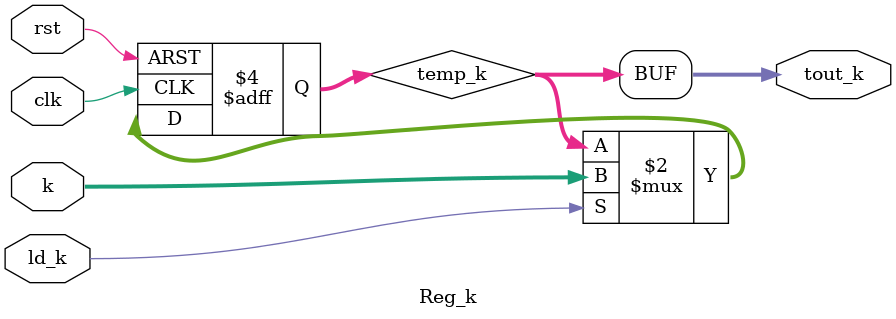
<source format=v>
`timescale 1ns/1ps
module Reg_k#(parameter data_in_width = 16)(
    input clk, 
    input rst,
    input [data_in_width-1:0]k,
    input ld_k,
    output [data_in_width-1:0] tout_k
);
reg [data_in_width-1:0] temp_k;
always@(posedge clk or posedge rst)
begin
    if (rst)
        temp_k <= 0;
    else 
        if(ld_k)
        temp_k <= k;

end
assign tout_k = temp_k;
endmodule
</source>
